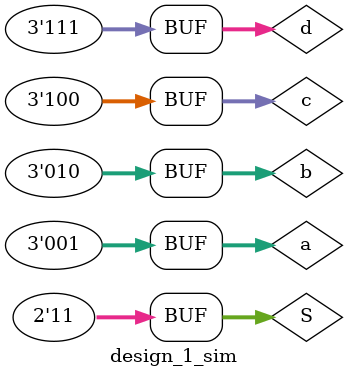
<source format=v>
`timescale 1ns / 1ps


module design_1_sim(

    );
    reg [2:0]a = 3'b001;
    reg [2:0]b = 3'b010;
    reg [2:0]c = 3'b100;
    reg [2:0]d = 3'b111;
    reg [1:0]S = 2'b00;
    wire [2:0]e;
    design_1 u(.a(a),.b(b),.c(c),.d(d),.S(S),.e(e));
    initial begin
        #100 S = 2'b00;
        #100 S = 2'b01;
        #100 S = 2'b10;
        #100 S = 2'b11;
    end
endmodule

</source>
